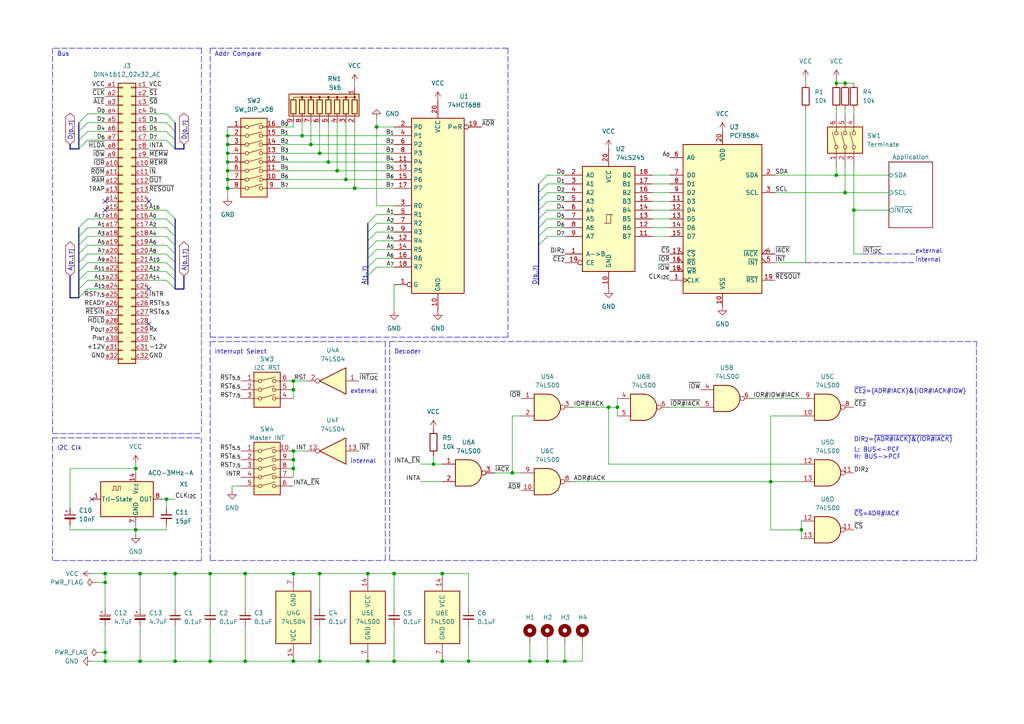
<source format=kicad_sch>
(kicad_sch (version 20211123) (generator eeschema)
  (paper "A4")
  (title_block (title "MFA I2C Busmaster") (date "2022-08-31") (rev "0.4") (company "Non commercial use only !") (comment 1 "for Validation"))
  (bus_alias "ADR" (members "A0" "A1" "A2" "A3" "A4" "A5" "A6" "A7"))
  (junction (at 30.48 168.91))
  (junction (at 60.96 166.37))
  (junction (at 245.11 55.88))
  (junction (at 90.17 41.91))
  (junction (at 176.53 118.11))
  (junction (at 158.75 191.77))
  (junction (at 128.27 191.77))
  (junction (at 50.8 191.77))
  (junction (at 85.09 110.49))
  (junction (at 223.52 139.7))
  (junction (at 92.71 191.77))
  (junction (at 40.64 166.37))
  (junction (at 30.48 189.23))
  (junction (at 39.37 153.67))
  (junction (at 114.3 191.77))
  (junction (at 179.07 118.11))
  (junction (at 85.09 113.03))
  (junction (at 85.09 166.37))
  (junction (at 245.11 24.13))
  (junction (at 102.87 54.61))
  (junction (at 106.68 191.77))
  (junction (at 109.22 36.83))
  (junction (at 85.09 133.35))
  (junction (at 71.12 166.37))
  (junction (at 66.04 52.07))
  (junction (at 66.04 39.37))
  (junction (at 135.89 191.77))
  (junction (at 66.04 41.91))
  (junction (at 106.68 166.37))
  (junction (at 92.71 44.45))
  (junction (at 100.33 52.07))
  (junction (at 153.67 191.77))
  (junction (at 85.09 130.81))
  (junction (at 30.48 166.37))
  (junction (at 66.04 44.45))
  (junction (at 71.12 191.77))
  (junction (at 39.37 135.89))
  (junction (at 242.57 50.8))
  (junction (at 247.65 60.96))
  (junction (at 148.59 137.16))
  (junction (at 66.04 49.53))
  (junction (at 125.73 134.62))
  (junction (at 85.09 191.77))
  (junction (at 66.04 46.99))
  (junction (at 87.63 39.37))
  (junction (at 60.96 191.77))
  (junction (at 163.83 191.77))
  (junction (at 40.64 191.77))
  (junction (at 242.57 24.13))
  (junction (at 50.8 166.37))
  (junction (at 30.48 191.77))
  (junction (at 97.79 49.53))
  (junction (at 66.04 54.61))
  (junction (at 232.41 153.67))
  (junction (at 85.09 135.89))
  (junction (at 92.71 166.37))
  (junction (at 48.26 144.78))
  (junction (at 95.25 46.99))
  (junction (at 128.27 166.37))
  (junction (at 114.3 166.37))
  (no_connect (at 26.67 144.78))
  (no_connect (at 43.18 58.42))
  (no_connect (at 43.18 83.82))
  (no_connect (at 43.18 93.98))
  (no_connect (at 30.48 60.96))
  (no_connect (at 30.48 58.42))
  (bus_entry (at 156.21 71.12) (size 2.54 -2.54))
  (bus_entry (at 156.21 60.96) (size 2.54 -2.54))
  (bus_entry (at 156.21 68.58) (size 2.54 -2.54))
  (bus_entry (at 48.26 78.74) (size 2.54 2.54))
  (bus_entry (at 48.26 81.28) (size 2.54 2.54))
  (bus_entry (at 48.26 63.5) (size 2.54 2.54))
  (bus_entry (at 48.26 60.96) (size 2.54 2.54))
  (bus_entry (at 48.26 68.58) (size 2.54 2.54))
  (bus_entry (at 48.26 66.04) (size 2.54 2.54))
  (bus_entry (at 48.26 76.2) (size 2.54 2.54))
  (bus_entry (at 48.26 71.12) (size 2.54 2.54))
  (bus_entry (at 48.26 73.66) (size 2.54 2.54))
  (bus_entry (at 22.86 35.56) (size 2.54 -2.54))
  (bus_entry (at 22.86 38.1) (size 2.54 -2.54))
  (bus_entry (at 22.86 40.64) (size 2.54 -2.54))
  (bus_entry (at 22.86 43.18) (size 2.54 -2.54))
  (bus_entry (at 48.26 33.02) (size 2.54 2.54))
  (bus_entry (at 48.26 35.56) (size 2.54 2.54))
  (bus_entry (at 48.26 38.1) (size 2.54 2.54))
  (bus_entry (at 48.26 40.64) (size 2.54 2.54))
  (bus_entry (at 156.21 66.04) (size 2.54 -2.54))
  (bus_entry (at 156.21 53.34) (size 2.54 -2.54))
  (bus_entry (at 106.68 69.85) (size 2.54 -2.54))
  (bus_entry (at 106.68 72.39) (size 2.54 -2.54))
  (bus_entry (at 106.68 74.93) (size 2.54 -2.54))
  (bus_entry (at 156.21 63.5) (size 2.54 -2.54))
  (bus_entry (at 106.68 80.01) (size 2.54 -2.54))
  (bus_entry (at 106.68 64.77) (size 2.54 -2.54))
  (bus_entry (at 106.68 77.47) (size 2.54 -2.54))
  (bus_entry (at 22.86 76.2) (size 2.54 -2.54))
  (bus_entry (at 22.86 73.66) (size 2.54 -2.54))
  (bus_entry (at 22.86 66.04) (size 2.54 -2.54))
  (bus_entry (at 22.86 78.74) (size 2.54 -2.54))
  (bus_entry (at 22.86 81.28) (size 2.54 -2.54))
  (bus_entry (at 22.86 71.12) (size 2.54 -2.54))
  (bus_entry (at 22.86 68.58) (size 2.54 -2.54))
  (bus_entry (at 22.86 83.82) (size 2.54 -2.54))
  (bus_entry (at 22.86 86.36) (size 2.54 -2.54))
  (bus_entry (at 156.21 58.42) (size 2.54 -2.54))
  (bus_entry (at 156.21 55.88) (size 2.54 -2.54))
  (bus_entry (at 106.68 67.31) (size 2.54 -2.54))
  (wire (pts (xy 189.23 66.04) (xy 194.31 66.04)))
  (wire (pts (xy 125.73 132.08) (xy 125.73 134.62)))
  (wire (pts (xy 48.26 153.67) (xy 39.37 153.67)))
  (wire (pts (xy 106.68 166.37) (xy 114.3 166.37)))
  (wire (pts (xy 85.09 135.89) (xy 85.09 138.43)))
  (wire (pts (xy 50.8 144.78) (xy 48.26 144.78)))
  (wire (pts (xy 97.79 49.53) (xy 114.3 49.53)))
  (wire (pts (xy 25.4 63.5) (xy 30.48 63.5)))
  (wire (pts (xy 85.09 110.49) (xy 88.9 110.49)))
  (wire (pts (xy 25.4 38.1) (xy 30.48 38.1)))
  (bus (pts (xy 156.21 66.04) (xy 156.21 68.58)))
  (polyline (pts (xy 60.96 99.06) (xy 111.76 99.06)))
  (wire (pts (xy 233.68 76.2) (xy 224.79 76.2)))
  (wire (pts (xy 223.52 139.7) (xy 223.52 120.65)))
  (wire (pts (xy 25.4 33.02) (xy 30.48 33.02)))
  (wire (pts (xy 121.92 134.62) (xy 125.73 134.62)))
  (wire (pts (xy 158.75 55.88) (xy 163.83 55.88)))
  (wire (pts (xy 189.23 55.88) (xy 194.31 55.88)))
  (wire (pts (xy 29.21 189.23) (xy 30.48 189.23)))
  (wire (pts (xy 85.09 166.37) (xy 92.71 166.37)))
  (polyline (pts (xy 58.42 13.97) (xy 58.42 125.73)))
  (wire (pts (xy 158.75 63.5) (xy 163.83 63.5)))
  (wire (pts (xy 95.25 46.99) (xy 114.3 46.99)))
  (wire (pts (xy 106.68 191.77) (xy 114.3 191.77)))
  (wire (pts (xy 109.22 67.31) (xy 114.3 67.31)))
  (wire (pts (xy 148.59 137.16) (xy 151.13 137.16)))
  (polyline (pts (xy 111.76 99.06) (xy 111.76 162.56)))
  (polyline (pts (xy 15.24 125.73) (xy 58.42 125.73)))
  (bus (pts (xy 106.68 69.85) (xy 106.68 67.31)))
  (wire (pts (xy 81.28 41.91) (xy 90.17 41.91)))
  (wire (pts (xy 25.4 40.64) (xy 30.48 40.64)))
  (polyline (pts (xy 58.42 127) (xy 58.42 162.56)))
  (bus (pts (xy 50.8 73.66) (xy 50.8 76.2)))
  (polyline (pts (xy 15.24 13.97) (xy 15.24 125.73)))
  (wire (pts (xy 43.18 60.96) (xy 48.26 60.96)))
  (wire (pts (xy 247.65 31.75) (xy 247.65 33.02)))
  (wire (pts (xy 143.51 137.16) (xy 148.59 137.16)))
  (wire (pts (xy 218.44 115.57) (xy 232.41 115.57)))
  (polyline (pts (xy 283.21 99.06) (xy 283.21 162.56)))
  (wire (pts (xy 50.8 191.77) (xy 50.8 181.61)))
  (wire (pts (xy 43.18 63.5) (xy 48.26 63.5)))
  (bus (pts (xy 50.8 35.56) (xy 50.8 38.1)))
  (bus (pts (xy 50.8 71.12) (xy 50.8 73.66)))
  (polyline (pts (xy 250.19 73.66) (xy 265.43 73.66)))
  (wire (pts (xy 189.23 53.34) (xy 194.31 53.34)))
  (wire (pts (xy 194.31 118.11) (xy 203.2 118.11)))
  (bus (pts (xy 22.86 78.74) (xy 22.86 81.28)))
  (wire (pts (xy 109.22 72.39) (xy 114.3 72.39)))
  (wire (pts (xy 166.37 118.11) (xy 176.53 118.11)))
  (wire (pts (xy 125.73 134.62) (xy 128.27 134.62)))
  (polyline (pts (xy 60.96 13.97) (xy 60.96 97.79)))
  (polyline (pts (xy 15.24 127) (xy 58.42 127)))
  (wire (pts (xy 109.22 64.77) (xy 114.3 64.77)))
  (wire (pts (xy 114.3 166.37) (xy 114.3 176.53)))
  (bus (pts (xy 50.8 76.2) (xy 50.8 78.74)))
  (wire (pts (xy 30.48 168.91) (xy 30.48 176.53)))
  (wire (pts (xy 128.27 166.37) (xy 135.89 166.37)))
  (wire (pts (xy 189.23 63.5) (xy 194.31 63.5)))
  (wire (pts (xy 27.94 168.91) (xy 30.48 168.91)))
  (polyline (pts (xy 58.42 13.97) (xy 15.24 13.97)))
  (wire (pts (xy 168.91 191.77) (xy 163.83 191.77)))
  (wire (pts (xy 158.75 60.96) (xy 163.83 60.96)))
  (bus (pts (xy 106.68 80.01) (xy 106.68 82.55)))
  (wire (pts (xy 114.3 82.55) (xy 114.3 90.17)))
  (wire (pts (xy 39.37 134.62) (xy 39.37 135.89)))
  (wire (pts (xy 242.57 22.86) (xy 242.57 24.13)))
  (wire (pts (xy 81.28 52.07) (xy 100.33 52.07)))
  (wire (pts (xy 109.22 36.83) (xy 114.3 36.83)))
  (wire (pts (xy 109.22 69.85) (xy 114.3 69.85)))
  (bus (pts (xy 22.86 35.56) (xy 22.86 38.1)))
  (wire (pts (xy 85.09 110.49) (xy 85.09 113.03)))
  (wire (pts (xy 179.07 115.57) (xy 179.07 118.11)))
  (wire (pts (xy 128.27 191.77) (xy 135.89 191.77)))
  (wire (pts (xy 40.64 166.37) (xy 40.64 176.53)))
  (polyline (pts (xy 60.96 99.06) (xy 60.96 162.56)))
  (wire (pts (xy 39.37 135.89) (xy 39.37 137.16)))
  (wire (pts (xy 158.75 53.34) (xy 163.83 53.34)))
  (wire (pts (xy 25.4 68.58) (xy 30.48 68.58)))
  (wire (pts (xy 242.57 50.8) (xy 257.81 50.8)))
  (wire (pts (xy 71.12 166.37) (xy 85.09 166.37)))
  (bus (pts (xy 53.34 83.82) (xy 53.34 80.01)))
  (bus (pts (xy 50.8 38.1) (xy 50.8 40.64)))
  (wire (pts (xy 135.89 166.37) (xy 135.89 176.53)))
  (wire (pts (xy 25.4 83.82) (xy 30.48 83.82)))
  (wire (pts (xy 242.57 48.26) (xy 242.57 50.8)))
  (wire (pts (xy 60.96 166.37) (xy 60.96 176.53)))
  (wire (pts (xy 176.53 134.62) (xy 176.53 118.11)))
  (bus (pts (xy 22.86 81.28) (xy 22.86 83.82)))
  (wire (pts (xy 48.26 144.78) (xy 46.99 144.78)))
  (wire (pts (xy 100.33 52.07) (xy 114.3 52.07)))
  (bus (pts (xy 106.68 67.31) (xy 106.68 64.77)))
  (wire (pts (xy 26.67 166.37) (xy 30.48 166.37)))
  (wire (pts (xy 158.75 50.8) (xy 163.83 50.8)))
  (polyline (pts (xy 60.96 162.56) (xy 111.76 162.56)))
  (wire (pts (xy 233.68 31.75) (xy 233.68 76.2)))
  (wire (pts (xy 245.11 31.75) (xy 245.11 33.02)))
  (wire (pts (xy 71.12 191.77) (xy 60.96 191.77)))
  (bus (pts (xy 20.32 80.01) (xy 20.32 86.36)))
  (wire (pts (xy 247.65 48.26) (xy 247.65 60.96)))
  (wire (pts (xy 224.79 55.88) (xy 245.11 55.88)))
  (bus (pts (xy 50.8 40.64) (xy 50.8 43.18)))
  (bus (pts (xy 106.68 74.93) (xy 106.68 72.39)))
  (wire (pts (xy 233.68 22.86) (xy 233.68 24.13)))
  (polyline (pts (xy 113.03 99.06) (xy 113.03 162.56)))
  (wire (pts (xy 189.23 68.58) (xy 194.31 68.58)))
  (bus (pts (xy 106.68 72.39) (xy 106.68 69.85)))
  (wire (pts (xy 43.18 73.66) (xy 48.26 73.66)))
  (wire (pts (xy 66.04 41.91) (xy 66.04 44.45)))
  (wire (pts (xy 25.4 73.66) (xy 30.48 73.66)))
  (bus (pts (xy 156.21 63.5) (xy 156.21 66.04)))
  (wire (pts (xy 25.4 76.2) (xy 30.48 76.2)))
  (wire (pts (xy 43.18 35.56) (xy 48.26 35.56)))
  (wire (pts (xy 247.65 73.66) (xy 247.65 60.96)))
  (wire (pts (xy 158.75 58.42) (xy 163.83 58.42)))
  (wire (pts (xy 189.23 60.96) (xy 194.31 60.96)))
  (bus (pts (xy 156.21 71.12) (xy 156.21 82.55)))
  (wire (pts (xy 25.4 78.74) (xy 30.48 78.74)))
  (bus (pts (xy 22.86 40.64) (xy 22.86 43.18)))
  (wire (pts (xy 102.87 54.61) (xy 114.3 54.61)))
  (wire (pts (xy 39.37 135.89) (xy 20.32 135.89)))
  (wire (pts (xy 66.04 44.45) (xy 66.04 46.99)))
  (wire (pts (xy 223.52 153.67) (xy 223.52 139.7)))
  (wire (pts (xy 66.04 36.83) (xy 66.04 39.37)))
  (wire (pts (xy 97.79 35.56) (xy 97.79 49.53)))
  (bus (pts (xy 50.8 43.18) (xy 53.34 43.18)))
  (wire (pts (xy 109.22 34.29) (xy 109.22 36.83)))
  (bus (pts (xy 22.86 83.82) (xy 22.86 86.36)))
  (wire (pts (xy 71.12 166.37) (xy 60.96 166.37)))
  (wire (pts (xy 102.87 35.56) (xy 102.87 54.61)))
  (wire (pts (xy 60.96 191.77) (xy 60.96 181.61)))
  (wire (pts (xy 176.53 118.11) (xy 179.07 118.11)))
  (polyline (pts (xy 113.03 99.06) (xy 283.21 99.06)))
  (wire (pts (xy 26.67 191.77) (xy 30.48 191.77)))
  (wire (pts (xy 25.4 81.28) (xy 30.48 81.28)))
  (wire (pts (xy 109.22 77.47) (xy 114.3 77.47)))
  (wire (pts (xy 163.83 191.77) (xy 163.83 186.69)))
  (wire (pts (xy 71.12 166.37) (xy 71.12 176.53)))
  (polyline (pts (xy 15.24 127) (xy 15.24 162.56)))
  (bus (pts (xy 22.86 68.58) (xy 22.86 71.12)))
  (wire (pts (xy 232.41 153.67) (xy 232.41 156.21)))
  (wire (pts (xy 158.75 191.77) (xy 158.75 186.69)))
  (polyline (pts (xy 60.96 97.79) (xy 147.32 97.79)))
  (wire (pts (xy 25.4 71.12) (xy 30.48 71.12)))
  (wire (pts (xy 232.41 134.62) (xy 176.53 134.62)))
  (wire (pts (xy 30.48 189.23) (xy 30.48 191.77)))
  (bus (pts (xy 156.21 68.58) (xy 156.21 71.12)))
  (wire (pts (xy 25.4 35.56) (xy 30.48 35.56)))
  (wire (pts (xy 85.09 191.77) (xy 92.71 191.77)))
  (wire (pts (xy 66.04 54.61) (xy 66.04 57.15)))
  (wire (pts (xy 81.28 36.83) (xy 85.09 36.83)))
  (wire (pts (xy 50.8 191.77) (xy 60.96 191.77)))
  (wire (pts (xy 109.22 36.83) (xy 109.22 59.69)))
  (wire (pts (xy 81.28 49.53) (xy 97.79 49.53)))
  (wire (pts (xy 43.18 68.58) (xy 48.26 68.58)))
  (wire (pts (xy 48.26 144.78) (xy 48.26 147.32)))
  (wire (pts (xy 135.89 191.77) (xy 153.67 191.77)))
  (wire (pts (xy 81.28 46.99) (xy 95.25 46.99)))
  (wire (pts (xy 43.18 66.04) (xy 48.26 66.04)))
  (wire (pts (xy 48.26 152.4) (xy 48.26 153.67)))
  (bus (pts (xy 53.34 41.91) (xy 53.34 43.18)))
  (wire (pts (xy 95.25 35.56) (xy 95.25 46.99)))
  (bus (pts (xy 20.32 86.36) (xy 22.86 86.36)))
  (wire (pts (xy 85.09 130.81) (xy 88.9 130.81)))
  (polyline (pts (xy 233.68 76.2) (xy 265.43 76.2)))
  (wire (pts (xy 66.04 52.07) (xy 66.04 54.61)))
  (wire (pts (xy 247.65 60.96) (xy 257.81 60.96)))
  (wire (pts (xy 151.13 120.65) (xy 148.59 120.65)))
  (bus (pts (xy 50.8 83.82) (xy 53.34 83.82)))
  (wire (pts (xy 114.3 166.37) (xy 128.27 166.37)))
  (wire (pts (xy 250.19 73.66) (xy 247.65 73.66)))
  (wire (pts (xy 50.8 166.37) (xy 50.8 176.53)))
  (wire (pts (xy 153.67 191.77) (xy 153.67 186.69)))
  (wire (pts (xy 81.28 54.61) (xy 102.87 54.61)))
  (wire (pts (xy 43.18 40.64) (xy 48.26 40.64)))
  (wire (pts (xy 85.09 35.56) (xy 85.09 36.83)))
  (wire (pts (xy 109.22 59.69) (xy 114.3 59.69)))
  (wire (pts (xy 109.22 74.93) (xy 114.3 74.93)))
  (wire (pts (xy 158.75 66.04) (xy 163.83 66.04)))
  (polyline (pts (xy 113.03 162.56) (xy 283.21 162.56)))
  (wire (pts (xy 92.71 44.45) (xy 114.3 44.45)))
  (bus (pts (xy 156.21 60.96) (xy 156.21 63.5)))
  (wire (pts (xy 148.59 120.65) (xy 148.59 137.16)))
  (wire (pts (xy 224.79 50.8) (xy 242.57 50.8)))
  (bus (pts (xy 50.8 81.28) (xy 50.8 83.82)))
  (wire (pts (xy 245.11 48.26) (xy 245.11 55.88)))
  (wire (pts (xy 158.75 68.58) (xy 163.83 68.58)))
  (wire (pts (xy 67.31 140.97) (xy 69.85 140.97)))
  (wire (pts (xy 67.31 142.24) (xy 67.31 140.97)))
  (wire (pts (xy 158.75 191.77) (xy 163.83 191.77)))
  (wire (pts (xy 30.48 191.77) (xy 40.64 191.77)))
  (bus (pts (xy 22.86 76.2) (xy 22.86 78.74)))
  (wire (pts (xy 25.4 66.04) (xy 30.48 66.04)))
  (bus (pts (xy 22.86 71.12) (xy 22.86 73.66)))
  (wire (pts (xy 43.18 38.1) (xy 48.26 38.1)))
  (wire (pts (xy 179.07 118.11) (xy 179.07 120.65)))
  (wire (pts (xy 40.64 181.61) (xy 40.64 191.77)))
  (bus (pts (xy 50.8 63.5) (xy 50.8 66.04)))
  (wire (pts (xy 30.48 166.37) (xy 30.48 168.91)))
  (wire (pts (xy 92.71 35.56) (xy 92.71 44.45)))
  (polyline (pts (xy 147.32 13.97) (xy 60.96 13.97)))
  (wire (pts (xy 40.64 191.77) (xy 50.8 191.77)))
  (bus (pts (xy 50.8 66.04) (xy 50.8 68.58)))
  (wire (pts (xy 85.09 130.81) (xy 85.09 133.35)))
  (wire (pts (xy 85.09 113.03) (xy 85.09 115.57)))
  (wire (pts (xy 81.28 44.45) (xy 92.71 44.45)))
  (wire (pts (xy 85.09 133.35) (xy 85.09 135.89)))
  (wire (pts (xy 87.63 39.37) (xy 114.3 39.37)))
  (bus (pts (xy 50.8 68.58) (xy 50.8 71.12)))
  (bus (pts (xy 22.86 38.1) (xy 22.86 40.64)))
  (wire (pts (xy 92.71 181.61) (xy 92.71 191.77)))
  (wire (pts (xy 81.28 39.37) (xy 87.63 39.37)))
  (bus (pts (xy 50.8 78.74) (xy 50.8 81.28)))
  (wire (pts (xy 66.04 49.53) (xy 66.04 52.07)))
  (wire (pts (xy 71.12 191.77) (xy 85.09 191.77)))
  (polyline (pts (xy 58.42 162.56) (xy 15.24 162.56)))
  (wire (pts (xy 109.22 62.23) (xy 114.3 62.23)))
  (wire (pts (xy 223.52 139.7) (xy 232.41 139.7)))
  (wire (pts (xy 121.92 139.7) (xy 128.27 139.7)))
  (wire (pts (xy 66.04 46.99) (xy 66.04 49.53)))
  (wire (pts (xy 100.33 35.56) (xy 100.33 52.07)))
  (wire (pts (xy 66.04 39.37) (xy 66.04 41.91)))
  (wire (pts (xy 40.64 166.37) (xy 50.8 166.37)))
  (wire (pts (xy 232.41 153.67) (xy 223.52 153.67)))
  (bus (pts (xy 106.68 77.47) (xy 106.68 74.93)))
  (wire (pts (xy 92.71 191.77) (xy 106.68 191.77)))
  (wire (pts (xy 30.48 166.37) (xy 40.64 166.37)))
  (wire (pts (xy 114.3 191.77) (xy 128.27 191.77)))
  (wire (pts (xy 90.17 41.91) (xy 114.3 41.91)))
  (wire (pts (xy 242.57 31.75) (xy 242.57 33.02)))
  (wire (pts (xy 232.41 151.13) (xy 232.41 153.67)))
  (bus (pts (xy 22.86 43.18) (xy 20.32 43.18)))
  (wire (pts (xy 92.71 166.37) (xy 106.68 166.37)))
  (wire (pts (xy 153.67 191.77) (xy 158.75 191.77)))
  (wire (pts (xy 92.71 166.37) (xy 92.71 176.53)))
  (wire (pts (xy 43.18 78.74) (xy 48.26 78.74)))
  (wire (pts (xy 245.11 55.88) (xy 257.81 55.88)))
  (polyline (pts (xy 147.32 13.97) (xy 147.32 97.79)))
  (wire (pts (xy 102.87 25.4) (xy 102.87 24.13)))
  (bus (pts (xy 22.86 73.66) (xy 22.86 76.2)))
  (wire (pts (xy 39.37 153.67) (xy 39.37 152.4)))
  (wire (pts (xy 50.8 166.37) (xy 60.96 166.37)))
  (wire (pts (xy 245.11 24.13) (xy 247.65 24.13)))
  (wire (pts (xy 43.18 81.28) (xy 48.26 81.28)))
  (wire (pts (xy 20.32 135.89) (xy 20.32 147.32)))
  (wire (pts (xy 189.23 50.8) (xy 194.31 50.8)))
  (wire (pts (xy 43.18 76.2) (xy 48.26 76.2)))
  (wire (pts (xy 43.18 33.02) (xy 48.26 33.02)))
  (wire (pts (xy 166.37 139.7) (xy 223.52 139.7)))
  (bus (pts (xy 156.21 53.34) (xy 156.21 55.88)))
  (wire (pts (xy 39.37 154.94) (xy 39.37 153.67)))
  (wire (pts (xy 90.17 35.56) (xy 90.17 41.91)))
  (wire (pts (xy 223.52 120.65) (xy 232.41 120.65)))
  (wire (pts (xy 71.12 181.61) (xy 71.12 191.77)))
  (wire (pts (xy 39.37 153.67) (xy 20.32 153.67)))
  (wire (pts (xy 189.23 58.42) (xy 194.31 58.42)))
  (bus (pts (xy 156.21 55.88) (xy 156.21 58.42)))
  (wire (pts (xy 87.63 35.56) (xy 87.63 39.37)))
  (wire (pts (xy 242.57 24.13) (xy 245.11 24.13)))
  (wire (pts (xy 20.32 152.4) (xy 20.32 153.67)))
  (wire (pts (xy 135.89 181.61) (xy 135.89 191.77)))
  (bus (pts (xy 106.68 77.47) (xy 106.68 80.01)))
  (wire (pts (xy 168.91 191.77) (xy 168.91 186.69)))
  (bus (pts (xy 156.21 58.42) (xy 156.21 60.96)))
  (bus (pts (xy 20.32 41.91) (xy 20.32 43.18)))
  (bus (pts (xy 22.86 66.04) (xy 22.86 68.58)))
  (wire (pts (xy 43.18 71.12) (xy 48.26 71.12)))
  (wire (pts (xy 30.48 181.61) (xy 30.48 189.23)))
  (wire (pts (xy 114.3 181.61) (xy 114.3 191.77)))
  (text "Bus" (at 16.51 16.51 0) (effects (font (size 1.27 1.27)) (justify left bottom)))
  (text "Addr Compare" (at 62.23 16.51 0) (effects (font (size 1.27 1.27)) (justify left bottom)))
  (text "external" (at 101.6 114.3 0) (effects (font (size 1.27 1.27)) (justify left bottom)))
  (text "internal" (at 101.6 134.62 0) (effects (font (size 1.27 1.27)) (justify left bottom)))
  (text "Decoder" (at 114.3 102.87 0) (effects (font (size 1.27 1.27)) (justify left bottom)))
  (text "I2C Clk" (at 16.51 130.81 0) (effects (font (size 1.27 1.27)) (justify left bottom)))
  (text "internal" (at 265.43 76.2 0) (effects (font (size 1.27 1.27)) (justify left bottom)))
  (text "~{CE_{2}}=(ADR#IACK)&(IOR#IACK#IOW)" (at 247.65 114.3 0) (effects (font (size 1.27 1.27)) (justify left bottom)))
  (text "external" (at 265.43 73.66 0) (effects (font (size 1.27 1.27)) (justify left bottom)))
  (text "L: BUS<-PCF\nH: BUS->PCF" (at 247.65 133.35 0) (effects (font (size 1.27 1.27)) (justify left bottom)))
  (text "~{CS}=ADR#IACK" (at 247.65 149.86 0) (effects (font (size 1.27 1.27)) (justify left bottom)))
  (text "DIR_{2}=~{(ADR#IACK)&(IOR#IACK)}" (at 247.65 128.27 0) (effects (font (size 1.27 1.27)) (justify left bottom)))
  (text "Interrupt Select" (at 62.23 102.87 0) (effects (font (size 1.27 1.27)) (justify left bottom)))
  (label "D_{6}" (at 163.83 66.04 180))
  (label "INT" (at 88.9 130.81 180))
  (label "INTA" (at 121.92 139.7 180))
  (label "~{INT}" (at 104.14 130.81 0))
  (label "A_{3}" (at 30.48 68.58 180))
  (label "D_{3}" (at 43.18 35.56 0))
  (label "~{ROM}" (at 30.48 50.8 180))
  (label "~{CE_{2}}" (at 163.83 76.2 180))
  (label "RST_{7.5}" (at 30.48 86.36 180))
  (label "RST_{7.5}" (at 69.85 135.89 180))
  (label "~{CS}" (at 247.65 153.67 0))
  (label "P_{OUT}" (at 30.48 96.52 180))
  (label "GND" (at 43.18 104.14 0))
  (label "D_{3}" (at 163.83 58.42 180))
  (label "VCC" (at 43.18 25.4 0))
  (label "D_{7}" (at 163.83 68.58 180))
  (label "A_{17}" (at 30.48 63.5 180))
  (label "B_{0}" (at 81.28 36.83 0))
  (label "R_{X}" (at 43.18 96.52 0))
  (label "~{IOR}" (at 194.31 76.2 180))
  (label "~{INT_{I2C}}" (at 104.14 110.49 0))
  (label "A_{2}" (at 43.18 66.04 0))
  (label "READY" (at 30.48 88.9 180))
  (label "A_{3}" (at 114.3 67.31 180))
  (label "D_{2}" (at 30.48 35.56 180))
  (label "~{HLDA}" (at 30.48 43.18 180))
  (label "A_{1}" (at 114.3 62.23 180))
  (label "A_{6}" (at 114.3 74.93 180))
  (label "D_{1}" (at 43.18 33.02 0))
  (label "A_{9}" (at 30.48 76.2 180))
  (label "~{IOR}" (at 151.13 115.57 180))
  (label "B_{3}" (at 81.28 44.45 0))
  (label "A_{6}" (at 43.18 71.12 0))
  (label "D_{7}" (at 43.18 40.64 0))
  (label "DIR_{2}" (at 247.65 137.16 0))
  (label "~{RESOUT}" (at 224.79 81.28 0))
  (label "~{IOW}" (at 194.31 78.74 180))
  (label "~{OUT}" (at 43.18 53.34 0))
  (label "B_{3}" (at 114.3 44.45 180))
  (label "~{S1}" (at 43.18 27.94 0))
  (label "RST_{5.5}" (at 69.85 130.81 180))
  (label "RST_{6.5}" (at 69.85 133.35 180))
  (label "A_{7}" (at 30.48 73.66 180))
  (label "VCC" (at 30.48 25.4 180))
  (label "A_{5}" (at 30.48 71.12 180))
  (label "ADR#IACK" (at 166.37 139.7 0))
  (label "B_{2}" (at 114.3 41.91 180))
  (label "~{S0}" (at 43.18 30.48 0))
  (label "D_{0}" (at 163.83 50.8 180))
  (label "B_{2}" (at 81.28 41.91 0))
  (label "D_{4}" (at 163.83 60.96 180))
  (label "A_{0}" (at 43.18 63.5 0))
  (label "INTR" (at 43.18 86.36 0))
  (label "+12V" (at 30.48 101.6 180))
  (label "~{IN}" (at 43.18 50.8 0))
  (label "D_{5}" (at 43.18 38.1 0))
  (label "~{RESIN}" (at 30.48 91.44 180))
  (label "A_{12}" (at 43.18 78.74 0))
  (label "~{CLK}" (at 30.48 27.94 180))
  (label "RST_{5.5}" (at 43.18 88.9 0))
  (label "RST_{7.5}" (at 69.85 115.57 180))
  (label "A_{14}" (at 43.18 81.28 0))
  (label "IOR#IOW#IACK" (at 218.44 115.57 0))
  (label "A_{10}" (at 43.18 76.2 0))
  (label "A_{[1..7]}" (at 106.68 82.55 90))
  (label "CLK_{I2C}" (at 50.8 144.78 0))
  (label "INTA_~{EN}" (at 85.09 140.97 0))
  (label "D_{6}" (at 30.48 40.64 180))
  (label "A_{7}" (at 114.3 77.47 180))
  (label "D_{[0..7]}" (at 156.21 82.55 90))
  (label "IOR#IACK" (at 166.37 118.11 0))
  (label "~{ALE}" (at 30.48 30.48 180))
  (label "GND" (at 30.48 104.14 180))
  (label "~{INT_{I2C}}" (at 250.19 73.66 0))
  (label "~{MEMR}" (at 43.18 48.26 0))
  (label "P_{INT}" (at 30.48 99.06 180))
  (label "~{MEMW}" (at 43.18 45.72 0))
  (label "A_{4}" (at 114.3 69.85 180))
  (label "D_{1}" (at 163.83 53.34 180))
  (label "~{RESOUT}" (at 43.18 55.88 0))
  (label "A_{2}" (at 114.3 64.77 180))
  (label "~{IOW}" (at 30.48 45.72 180))
  (label "RST_{6.5}" (at 43.18 91.44 0))
  (label "B_{5}" (at 114.3 49.53 180))
  (label "~{IOR}" (at 30.48 48.26 180))
  (label "B_{7}" (at 114.3 54.61 180))
  (label "CLK_{I2C}" (at 194.31 81.28 180))
  (label "~{RAM}" (at 30.48 53.34 180))
  (label "~{ADR}" (at 139.7 36.83 0))
  (label "TRAP" (at 30.48 55.88 180))
  (label "~{HOLD}" (at 30.48 93.98 180))
  (label "A_{1}" (at 30.48 66.04 180))
  (label "DIR_{2}" (at 163.83 73.66 180))
  (label "-12V" (at 43.18 101.6 0))
  (label "B_{1}" (at 81.28 39.37 0))
  (label "INTA" (at 43.18 43.18 0))
  (label "T_{X}" (at 43.18 99.06 0))
  (label "RST" (at 88.9 110.49 180))
  (label "B_{4}" (at 114.3 46.99 180))
  (label "D_{5}" (at 163.83 63.5 180))
  (label "~{IACK}" (at 224.79 73.66 0))
  (label "~{CS}" (at 194.31 73.66 180))
  (label "B_{1}" (at 114.3 39.37 180))
  (label "INTA_~{EN}" (at 121.92 134.62 180))
  (label "A_{5}" (at 114.3 72.39 180))
  (label "B_{4}" (at 81.28 46.99 0))
  (label "B_{6}" (at 81.28 52.07 0))
  (label "A_{8}" (at 43.18 73.66 0))
  (label "RST_{6.5}" (at 69.85 113.03 180))
  (label "B_{6}" (at 114.3 52.07 180))
  (label "~{ADR}" (at 151.13 142.24 180))
  (label "A_{13}" (at 30.48 81.28 180))
  (label "D_{2}" (at 163.83 55.88 180))
  (label "B_{7}" (at 81.28 54.61 0))
  (label "SCL" (at 224.79 55.88 0))
  (label "A_{0}" (at 194.31 45.72 180))
  (label "D_{0}" (at 30.48 33.02 180))
  (label "INTR" (at 69.85 138.43 180))
  (label "~{CE_{2}}" (at 247.65 118.11 0))
  (label "A_{11}" (at 30.48 78.74 180))
  (label "A_{15}" (at 30.48 83.82 180))
  (label "A_{16}" (at 43.18 60.96 0))
  (label "SDA" (at 224.79 50.8 0))
  (label "B_{5}" (at 81.28 49.53 0))
  (label "~{INT}" (at 224.79 76.2 0))
  (label "RST_{5.5}" (at 69.85 110.49 180))
  (label "D_{4}" (at 30.48 38.1 180))
  (label "~{IOR#IACK}" (at 194.31 118.11 0))
  (label "~{IACK}" (at 143.51 137.16 0))
  (label "~{IOW}" (at 203.2 113.03 180))
  (label "A_{4}" (at 43.18 68.58 0))
  (global_label "A_{[0..17]}" (shape bidirectional) (at 20.32 80.01 90) (property "Intersheet References" "${INTERSHEET_REFS}" (effects hide)))
  (global_label "A_{[0..17]}" (shape bidirectional) (at 53.34 80.01 90) (property "Intersheet References" "${INTERSHEET_REFS}" (effects hide)))
  (global_label "D_{[0..7]}" (shape bidirectional) (at 53.34 41.91 90) (property "Intersheet References" "${INTERSHEET_REFS}" (effects hide)))
  (global_label "D_{[0..7]}" (shape bidirectional) (at 20.32 41.91 90) (property "Intersheet References" "${INTERSHEET_REFS}" (effects hide)))
  (symbol (lib_id "74xx:74LS00") (at 240.03 137.16 0) (unit 4)
    (property "Reference" "U5" (at 240.03 128.27 0))
    (property "Value" "74LS00" (at 240.03 130.81 0))
    (property "Footprint" "Package_DIP:DIP-14_W7.62mm_Socket" (effects hide))
    (property "Datasheet" "http://www.ti.com/lit/gpn/sn74ls00" (effects hide))
  )
  (symbol (lib_id "power:GND") (at 26.67 191.77 270) (unit 1)
    (property "Reference" "#PWR016" (effects hide))
    (property "Value" "GND" (at 22.86 191.7699 90) (effects (justify right)))
  )
  (symbol (lib_id "Device:R_Network08") (at 92.71 30.48 0) (mirror y) (unit 1)
    (property "Reference" "RN1" (at 99.06 22.86 0) (effects (justify left)))
    (property "Value" "5k6" (at 99.06 25.4 0) (effects (justify left)))
    (property "Footprint" "Resistor_THT:R_Array_SIP9" (effects hide))
    (property "Datasheet" "http://www.vishay.com/docs/31509/csc.pdf" (effects hide))
  )
  (symbol (lib_id "74xx:74LS04") (at 96.52 110.49 180) (unit 1)
    (property "Reference" "U4" (at 96.52 101.6 0))
    (property "Value" "74LS04" (at 96.52 104.14 0))
    (property "Footprint" "Package_DIP:DIP-14_W7.62mm_Socket" (effects hide))
    (property "Datasheet" "http://www.ti.com/lit/gpn/sn74LS04" (effects hide))
  )
  (symbol (lib_id "Mechanical:MountingHole_Pad") (at 158.75 184.15 0) (unit 1)
    (property "Reference" "H2" (at 157.48 179.07 0) (effects (justify left)))
    (property "Value" "MountingHole_Pad" (effects hide))
    (property "Footprint" "MountingHole:MountingHole_3.2mm_M3_ISO14580_Pad" (effects hide))
  )
  (symbol (lib_id "Interface_Expansion:PCF8584") (at 209.55 63.5 0) (unit 1)
    (property "Reference" "U3" (at 211.5694 36.83 0) (effects (justify left)))
    (property "Value" "PCF8584" (at 211.5694 39.37 0) (effects (justify left)))
    (property "Footprint" "Package_DIP:DIP-20_W7.62mm_Socket" (effects hide))
    (property "Datasheet" "http://www.nxp.com/documents/data_sheet/PCF8584.pdf" (effects hide))
  )
  (symbol (lib_id "power:VCC") (at 176.53 43.18 0) (unit 1)
    (property "Reference" "#PWR0101" (effects hide))
    (property "Value" "VCC" (at 176.53 38.1 0))
  )
  (symbol (lib_id "Device:C_Polarized_Small") (at 20.32 149.86 0) (unit 1)
    (property "Reference" "C10" (at 22.86 148.0438 0) (effects (justify left)))
    (property "Value" "10nF" (at 22.86 150.5838 0) (effects (justify left)))
    (property "Footprint" "Capacitor_THT:CP_Radial_D4.0mm_P2.00mm" (effects hide))
  )
  (symbol (lib_id "74xx:74LS00") (at 158.75 139.7 0) (unit 3)
    (property "Reference" "U6" (at 158.75 130.81 0))
    (property "Value" "74LS00" (at 158.75 133.35 0))
    (property "Footprint" "Package_DIP:DIP-14_W7.62mm_Socket" (effects hide))
    (property "Datasheet" "http://www.ti.com/lit/gpn/sn74ls00" (effects hide))
  )
  (symbol (lib_id "74xx:74LS00") (at 106.68 179.07 0) (unit 5)
    (property "Reference" "U5" (at 106.68 177.8 0))
    (property "Value" "74LS00" (at 106.68 180.34 0))
    (property "Footprint" "Package_DIP:DIP-14_W7.62mm_Socket" (effects hide))
    (property "Datasheet" "http://www.ti.com/lit/gpn/sn74ls00" (effects hide))
  )
  (symbol (lib_id "power:VCC") (at 242.57 22.86 0) (unit 1)
    (property "Reference" "#PWR017" (effects hide))
    (property "Value" "VCC" (at 242.57 17.78 0))
  )
  (symbol (lib_id "Switch:SW_DIP_x03") (at 247.65 40.64 90) (unit 1)
    (property "Reference" "SW1" (at 251.46 39.3699 90) (effects (justify right)))
    (property "Value" "Terminate" (at 251.46 41.9099 90) (effects (justify right)))
    (property "Footprint" "Button_Switch_THT:SW_DIP_SPSTx03_Slide_9.78x9.8mm_W7.62mm_P2.54mm" (effects hide))
  )
  (symbol (lib_id "Device:R") (at 247.65 27.94 0) (unit 1)
    (property "Reference" "R4" (at 250.19 26.6699 0) (effects (justify left)))
    (property "Value" "10k" (at 250.19 29.2099 0) (effects (justify left)))
    (property "Footprint" "Resistor_THT:R_Axial_DIN0207_L6.3mm_D2.5mm_P7.62mm_Horizontal" (effects hide))
  )
  (symbol (lib_id "74xx:74LS04") (at 85.09 179.07 180) (unit 7)
    (property "Reference" "U4" (at 85.09 177.8 0))
    (property "Value" "74LS04" (at 85.09 180.34 0))
    (property "Footprint" "Package_DIP:DIP-14_W7.62mm_Socket" (effects hide))
    (property "Datasheet" "http://www.ti.com/lit/gpn/sn74LS04" (effects hide))
  )
  (symbol (lib_id "power:VCC") (at 39.37 134.62 0) (unit 1)
    (property "Reference" "#PWR012" (effects hide))
    (property "Value" "VCC" (at 39.37 129.54 0))
  )
  (symbol (lib_id "Device:C_Small") (at 60.96 179.07 0) (unit 1)
    (property "Reference" "C2" (at 63.5 177.8062 0) (effects (justify left)))
    (property "Value" "0.1uF" (at 63.5 180.3462 0) (effects (justify left)))
    (property "Footprint" "Capacitor_THT:C_Rect_L4.6mm_W2.0mm_P2.50mm_MKS02_FKP02" (effects hide))
  )
  (symbol (lib_id "Device:C_Small") (at 71.12 179.07 0) (unit 1)
    (property "Reference" "C3" (at 73.66 177.8062 0) (effects (justify left)))
    (property "Value" "0.1uF" (at 73.66 180.3462 0) (effects (justify left)))
    (property "Footprint" "Capacitor_THT:C_Rect_L4.6mm_W2.0mm_P2.50mm_MKS02_FKP02" (effects hide))
  )
  (symbol (lib_id "74xx:74LS00") (at 135.89 137.16 0) (unit 1)
    (property "Reference" "U6" (at 135.89 128.27 0))
    (property "Value" "74LS00" (at 135.89 130.81 0))
    (property "Footprint" "Package_DIP:DIP-14_W7.62mm_Socket" (effects hide))
    (property "Datasheet" "http://www.ti.com/lit/gpn/sn74ls00" (effects hide))
  )
  (symbol (lib_id "power:GND") (at 109.22 34.29 180) (unit 1)
    (property "Reference" "#PWR04" (effects hide))
    (property "Value" "GND" (at 111.76 33.0199 0) (effects (justify right)))
  )
  (symbol (lib_id "Switch:SW_DIP_x03") (at 77.47 115.57 0) (unit 1)
    (property "Reference" "SW3" (at 77.47 104.14 0))
    (property "Value" "I2C RST" (at 77.47 106.68 0))
    (property "Footprint" "Button_Switch_THT:SW_DIP_SPSTx03_Slide_9.78x9.8mm_W7.62mm_P2.54mm" (effects hide))
  )
  (symbol (lib_id "Device:R") (at 245.11 27.94 0) (unit 1)
    (property "Reference" "R3" (effects hide))
    (property "Value" "10k" (effects hide))
    (property "Footprint" "Resistor_THT:R_Axial_DIN0207_L6.3mm_D2.5mm_P7.62mm_Horizontal" (effects hide))
  )
  (symbol (lib_id "Switch:SW_DIP_x05") (at 77.47 135.89 0) (unit 1)
    (property "Reference" "SW4" (at 77.47 124.46 0))
    (property "Value" "Master INT" (at 77.47 127 0))
    (property "Footprint" "Button_Switch_THT:SW_DIP_SPSTx05_Slide_9.78x14.88mm_W7.62mm_P2.54mm" (effects hide))
  )
  (symbol (lib_id "power:VCC") (at 102.87 24.13 0) (unit 1)
    (property "Reference" "#PWR02" (effects hide))
    (property "Value" "VCC" (at 102.87 19.05 0))
  )
  (symbol (lib_id "Oscillator:ACO-xxxMHz-A") (at 39.37 144.78 0) (unit 1)
    (property "Reference" "X1" (at 53.34 140.4493 0))
    (property "Value" "ACO-3MHz-A" (at 49.53 137.16 0))
    (property "Footprint" "Oscillator:Oscillator_DIP-14" (effects hide))
    (property "Datasheet" "http://www.conwin.com/datasheets/cx/cx030.pdf" (effects hide))
  )
  (symbol (lib_id "Connector:DIN41612_02x32_AC") (at 35.56 63.5 0) (unit 1)
    (property "Reference" "J3" (at 36.83 19.05 0))
    (property "Value" "DIN41612_02x32_AC" (at 36.83 21.59 0))
    (property "Footprint" "Connector_DIN:DIN41612_R_2x32_Male_Horizontal_THT" (effects hide))
  )
  (symbol (lib_id "power:VCC") (at 209.55 38.1 0) (unit 1)
    (property "Reference" "#PWR05" (effects hide))
    (property "Value" "VCC" (at 209.55 33.02 0))
  )
  (symbol (lib_id "power:PWR_FLAG") (at 29.21 189.23 90) (unit 1)
    (property "Reference" "#FLG02" (effects hide))
    (property "Value" "PWR_FLAG" (at 25.4 189.2299 90) (effects (justify left)))
  )
  (symbol (lib_id "Switch:SW_DIP_x08") (at 73.66 46.99 0) (unit 1)
    (property "Reference" "SW2" (at 73.66 29.21 0))
    (property "Value" "SW_DIP_x08" (at 73.66 31.75 0))
    (property "Footprint" "Button_Switch_THT:SW_DIP_SPSTx08_Slide_9.78x22.5mm_W7.62mm_P2.54mm" (effects hide))
  )
  (symbol (lib_id "Device:C_Polarized_Small") (at 40.64 179.07 0) (unit 1)
    (property "Reference" "C13" (at 43.18 177.8 0) (effects (justify left)))
    (property "Value" "4.7uF" (at 43.18 180.34 0) (effects (justify left)))
    (property "Footprint" "Capacitor_THT:C_Radial_D4.0mm_H5.0mm_P1.50mm" (effects hide))
  )
  (symbol (lib_id "74xx:74LS00") (at 240.03 153.67 0) (unit 4)
    (property "Reference" "U6" (at 240.03 144.78 0))
    (property "Value" "74LS00" (at 240.03 147.32 0))
    (property "Footprint" "Package_DIP:DIP-14_W7.62mm_Socket" (effects hide))
    (property "Datasheet" "http://www.ti.com/lit/gpn/sn74ls00" (effects hide))
  )
  (symbol (lib_id "power:GND") (at 127 90.17 0) (unit 1)
    (property "Reference" "#PWR010" (effects hide))
    (property "Value" "GND" (at 127 95.25 0))
  )
  (symbol (lib_id "Device:C_Polarized_Small") (at 30.48 179.07 0) (unit 1)
    (property "Reference" "C12" (at 33.02 177.8 0) (effects (justify left)))
    (property "Value" "4.7uF" (at 33.02 180.34 0) (effects (justify left)))
    (property "Footprint" "Capacitor_THT:C_Radial_D4.0mm_H5.0mm_P1.50mm" (effects hide))
  )
  (symbol (lib_id "power:GND") (at 66.04 57.15 0) (unit 1)
    (property "Reference" "#PWR06" (effects hide))
    (property "Value" "GND" (at 66.04 62.23 0))
  )
  (symbol (lib_id "74xx:74LS688") (at 127 59.69 0) (unit 1)
    (property "Reference" "U1" (at 134.62 27.94 0))
    (property "Value" "74HCT688" (at 134.62 30.48 0))
    (property "Footprint" "Package_DIP:DIP-20_W7.62mm_Socket" (effects hide))
    (property "Datasheet" "http://www.ti.com/lit/gpn/sn74LS688" (effects hide))
  )
  (symbol (lib_id "Device:C_Small") (at 48.26 149.86 0) (unit 1)
    (property "Reference" "C11" (at 50.8 148.5962 0) (effects (justify left)))
    (property "Value" "15pF" (at 50.8 151.1362 0) (effects (justify left)))
    (property "Footprint" "Capacitor_THT:C_Rect_L4.6mm_W2.0mm_P2.50mm_MKS02_FKP02" (effects hide))
  )
  (symbol (lib_id "Device:C_Small") (at 92.71 179.07 0) (unit 1)
    (property "Reference" "C4" (at 95.25 177.8062 0) (effects (justify left)))
    (property "Value" "0.1uF" (at 95.25 180.3462 0) (effects (justify left)))
    (property "Footprint" "Capacitor_THT:C_Rect_L4.6mm_W2.0mm_P2.50mm_MKS02_FKP02" (effects hide))
  )
  (symbol (lib_id "Device:R") (at 242.57 27.94 0) (unit 1)
    (property "Reference" "R2" (effects hide))
    (property "Value" "10k" (effects hide))
    (property "Footprint" "Resistor_THT:R_Axial_DIN0207_L6.3mm_D2.5mm_P7.62mm_Horizontal" (effects hide))
  )
  (symbol (lib_id "Device:C_Small") (at 135.89 179.07 0) (unit 1)
    (property "Reference" "C6" (at 138.43 177.8062 0) (effects (justify left)))
    (property "Value" "0.1uF" (at 138.43 180.3462 0) (effects (justify left)))
    (property "Footprint" "Capacitor_THT:C_Rect_L4.6mm_W2.0mm_P2.50mm_MKS02_FKP02" (effects hide))
  )
  (symbol (lib_id "power:VCC") (at 127 29.21 0) (unit 1)
    (property "Reference" "#PWR03" (effects hide))
    (property "Value" "VCC" (at 127 24.13 0))
  )
  (symbol (lib_id "Mechanical:MountingHole_Pad") (at 153.67 184.15 0) (unit 1)
    (property "Reference" "H1" (at 152.4 179.07 0) (effects (justify left)))
    (property "Value" "MountingHole_Pad" (effects hide))
    (property "Footprint" "MountingHole:MountingHole_3.2mm_M3_ISO14580_Pad" (effects hide))
  )
  (symbol (lib_id "power:GND") (at 39.37 154.94 0) (unit 1)
    (property "Reference" "#PWR014" (effects hide))
    (property "Value" "GND" (at 39.37 160.02 0))
  )
  (symbol (lib_id "Mechanical:MountingHole_Pad") (at 163.83 184.15 0) (unit 1)
    (property "Reference" "H3" (at 162.56 179.07 0) (effects (justify left)))
    (property "Value" "MountingHole_Pad" (effects hide))
    (property "Footprint" "MountingHole:MountingHole_3.2mm_M3_ISO14580_Pad" (effects hide))
  )
  (symbol (lib_id "74xx:74LS00") (at 210.82 115.57 0) (unit 2)
    (property "Reference" "U5" (at 210.82 106.68 0))
    (property "Value" "74LS00" (at 210.82 109.22 0))
    (property "Footprint" "Package_DIP:DIP-14_W7.62mm_Socket" (effects hide))
    (property "Datasheet" "http://www.ti.com/lit/gpn/sn74ls00" (effects hide))
  )
  (symbol (lib_id "power:GND") (at 114.3 90.17 0) (unit 1)
    (property "Reference" "#PWR09" (effects hide))
    (property "Value" "GND" (at 114.3 95.25 0))
  )
  (symbol (lib_id "power:VCC") (at 233.68 22.86 0) (unit 1)
    (property "Reference" "#PWR01" (effects hide))
    (property "Value" "VCC" (at 233.68 17.78 0))
  )
  (symbol (lib_id "Mechanical:MountingHole_Pad") (at 168.91 184.15 0) (unit 1)
    (property "Reference" "H4" (at 167.64 179.07 0) (effects (justify left)))
    (property "Value" "MountingHole_Pad" (effects hide))
    (property "Footprint" "MountingHole:MountingHole_3.2mm_M3_ISO14580_Pad" (effects hide))
  )
  (symbol (lib_id "power:GND") (at 209.55 88.9 0) (unit 1)
    (property "Reference" "#PWR08" (effects hide))
    (property "Value" "GND" (at 209.55 93.98 0))
  )
  (symbol (lib_id "74xx:74LS00") (at 158.75 118.11 0) (unit 1)
    (property "Reference" "U5" (at 158.75 109.22 0))
    (property "Value" "74LS00" (at 158.75 111.76 0))
    (property "Footprint" "Package_DIP:DIP-14_W7.62mm_Socket" (effects hide))
    (property "Datasheet" "http://www.ti.com/lit/gpn/sn74ls00" (effects hide))
  )
  (symbol (lib_id "Device:R") (at 125.73 128.27 0) (unit 1)
    (property "Reference" "R5" (at 128.27 126.9999 0) (effects (justify left)))
    (property "Value" "10k" (at 128.27 129.5399 0) (effects (justify left)))
    (property "Footprint" "Resistor_THT:R_Axial_DIN0207_L6.3mm_D2.5mm_P7.62mm_Horizontal" (effects hide))
  )
  (symbol (lib_id "74xx:74LS00") (at 240.03 118.11 0) (unit 3)
    (property "Reference" "U5" (at 240.03 109.22 0))
    (property "Value" "74LS00" (at 240.03 111.76 0))
    (property "Footprint" "Package_DIP:DIP-14_W7.62mm_Socket" (effects hide))
    (property "Datasheet" "http://www.ti.com/lit/gpn/sn74ls00" (effects hide))
  )
  (symbol (lib_id "Device:R") (at 233.68 27.94 0) (unit 1)
    (property "Reference" "R1" (at 236.22 26.6699 0) (effects (justify left)))
    (property "Value" "10k" (at 236.22 29.2099 0) (effects (justify left)))
    (property "Footprint" "Resistor_THT:R_Axial_DIN0207_L6.3mm_D2.5mm_P7.62mm_Horizontal" (effects hide))
  )
  (symbol (lib_id "power:GND") (at 176.53 83.82 0) (unit 1)
    (property "Reference" "#PWR07" (effects hide))
    (property "Value" "GND" (at 176.53 88.9 0))
  )
  (symbol (lib_id "power:GND") (at 67.31 142.24 0) (unit 1)
    (property "Reference" "#PWR013" (effects hide))
    (property "Value" "GND" (at 67.31 147.32 0))
  )
  (symbol (lib_id "Device:C_Small") (at 114.3 179.07 0) (unit 1)
    (property "Reference" "C5" (at 116.84 177.8062 0) (effects (justify left)))
    (property "Value" "0.1uF" (at 116.84 180.3462 0) (effects (justify left)))
    (property "Footprint" "Capacitor_THT:C_Rect_L4.6mm_W2.0mm_P2.50mm_MKS02_FKP02" (effects hide))
  )
  (symbol (lib_id "power:VCC") (at 125.73 124.46 0) (unit 1)
    (property "Reference" "#PWR011" (effects hide))
    (property "Value" "VCC" (at 125.73 119.38 0))
  )
  (symbol (lib_id "74xx:74LS04") (at 96.52 130.81 180) (unit 6)
    (property "Reference" "U4" (at 96.52 121.92 0))
    (property "Value" "74LS04" (at 96.52 124.46 0))
    (property "Footprint" "Package_DIP:DIP-14_W7.62mm_Socket" (effects hide))
    (property "Datasheet" "http://www.ti.com/lit/gpn/sn74LS04" (effects hide))
  )
  (symbol (lib_id "74xx:74LS00") (at 128.27 179.07 0) (unit 5)
    (property "Reference" "U6" (at 128.27 177.8 0))
    (property "Value" "74LS00" (at 128.27 180.34 0))
    (property "Footprint" "Package_DIP:DIP-14_W7.62mm_Socket" (effects hide))
    (property "Datasheet" "http://www.ti.com/lit/gpn/sn74ls00" (effects hide))
  )
  (symbol (lib_id "power:VCC") (at 26.67 166.37 90) (unit 1)
    (property "Reference" "#PWR015" (effects hide))
    (property "Value" "VCC" (at 22.86 166.3699 90) (effects (justify left)))
  )
  (symbol (lib_id "74xx:74LS00") (at 186.69 118.11 0) (unit 2)
    (property "Reference" "U6" (at 186.69 109.22 0))
    (property "Value" "74LS00" (at 186.69 111.76 0))
    (property "Footprint" "Package_DIP:DIP-14_W7.62mm_Socket" (effects hide))
    (property "Datasheet" "http://www.ti.com/lit/gpn/sn74ls00" (effects hide))
  )
  (symbol (lib_id "74xx:74LS245") (at 176.53 63.5 0) (unit 1)
    (property "Reference" "U2" (at 178.5494 43.18 0) (effects (justify left)))
    (property "Value" "74LS245" (at 178.5494 45.72 0) (effects (justify left)))
    (property "Footprint" "Package_DIP:DIP-20_W7.62mm_Socket" (effects hide))
    (property "Datasheet" "http://www.ti.com/lit/gpn/sn74LS245" (effects hide))
  )
  (symbol (lib_id "Device:C_Small") (at 50.8 179.07 0) (unit 1)
    (property "Reference" "C1" (at 53.34 177.8062 0) (effects (justify left)))
    (property "Value" "0.1uF" (at 53.34 180.3462 0) (effects (justify left)))
    (property "Footprint" "Capacitor_THT:C_Rect_L4.6mm_W2.0mm_P2.50mm_MKS02_FKP02" (effects hide))
  )
  (symbol (lib_id "power:PWR_FLAG") (at 27.94 168.91 90) (unit 1)
    (property "Reference" "#FLG01" (effects hide))
    (property "Value" "PWR_FLAG" (at 24.13 168.9099 90) (effects (justify left)))
  )
  (sheet (at 257.81 46.99) (size 12.7 19.05) (stroke (width 0.1524))
    (property "Sheet name" " Application" (at 257.81 46.2784 0) (effects (justify left bottom)))
    (property "Sheet file" "I2C_Application.kicad_sch" (effects hide))
    (pin "SCL" input (at 257.81 55.88 180))
    (pin "SDA" bidirectional (at 257.81 50.8 180))
    (pin "~{INT_{I2C}}" output (at 257.81 60.96 180))
  )
)
</source>
